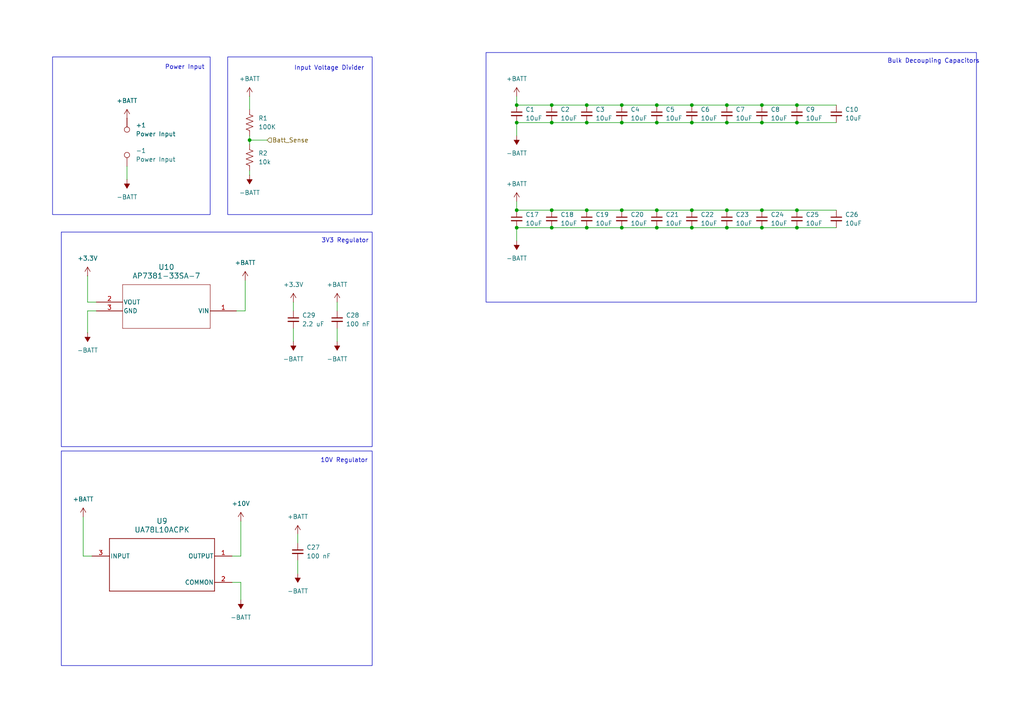
<source format=kicad_sch>
(kicad_sch (version 20231120) (generator "eeschema") (generator_version "8.0")
  (paper "A4")
  (lib_symbols
    (symbol "+BATT_1" (power) (pin_numbers hide) (pin_names (offset 0) hide)
      (property "Value" "+BATT" (at 0 5.08 0))
      (symbol "+BATT_1_0_1"
        (polyline (pts (xy -0.762 1.27) (xy 0 2.54)))
        (polyline (pts (xy 0 0) (xy 0 2.54)))
        (polyline (pts (xy 0 2.54) (xy 0.762 1.27)))
      )
      (symbol "+BATT_1_1_1"
        (pin power_out line (at 0 0 90) (length 0) (name "~") (number "1"))
      )
    )
    (symbol "+BATT_2" (power) (pin_numbers hide) (pin_names (offset 0) hide)
      (property "Value" "+BATT" (at 0 5.08 0))
      (symbol "+BATT_2_0_1"
        (polyline (pts (xy -0.762 1.27) (xy 0 2.54)))
        (polyline (pts (xy 0 0) (xy 0 2.54)))
        (polyline (pts (xy 0 2.54) (xy 0.762 1.27)))
      )
      (symbol "+BATT_2_1_1"
        (pin power_in line (at 0 0 90) (length 0) (name "~") (number "1"))
      )
    )
    (symbol "+BATT_3" (power) (pin_numbers hide) (pin_names (offset 0) hide)
      (property "Value" "+BATT" (at 0 3.556 0))
      (symbol "+BATT_3_0_1"
        (polyline (pts (xy -0.762 1.27) (xy 0 2.54)))
        (polyline (pts (xy 0 0) (xy 0 2.54)))
        (polyline (pts (xy 0 2.54) (xy 0.762 1.27)))
      )
      (symbol "+BATT_3_1_1"
        (pin power_in line (at 0 0 90) (length 0) (name "~") (number "1"))
      )
    )
    (symbol "+BATT_4" (power) (pin_numbers hide) (pin_names (offset 0) hide)
      (property "Value" "+BATT" (at 0 3.556 0))
      (symbol "+BATT_4_0_1"
        (polyline (pts (xy -0.762 1.27) (xy 0 2.54)))
        (polyline (pts (xy 0 0) (xy 0 2.54)))
        (polyline (pts (xy 0 2.54) (xy 0.762 1.27)))
      )
      (symbol "+BATT_4_1_1"
        (pin power_in line (at 0 0 90) (length 0) (name "~") (number "1"))
      )
    )
    (symbol "-BATT_1" (power) (pin_numbers hide) (pin_names (offset 0) hide)
      (property "Value" "-BATT" (at 0 5.08 0))
      (symbol "-BATT_1_0_1"
        (polyline (pts (xy 0 0) (xy 0 2.54)))
        (polyline (pts (xy 0.762 1.27) (xy -0.762 1.27) (xy 0 2.54) (xy 0.762 1.27)) (fill (type outline)))
      )
      (symbol "-BATT_1_1_1"
        (pin power_out line (at 0 0 90) (length 0) (name "~") (number "1"))
      )
    )
    (symbol "-BATT_2" (power) (pin_numbers hide) (pin_names (offset 0) hide)
      (property "Value" "-BATT" (at 0 3.556 0))
      (symbol "-BATT_2_0_1"
        (polyline (pts (xy 0 0) (xy 0 2.54)))
        (polyline (pts (xy 0.762 1.27) (xy -0.762 1.27) (xy 0 2.54) (xy 0.762 1.27)) (fill (type outline)))
      )
      (symbol "-BATT_2_1_1"
        (pin power_in line (at 0 0 90) (length 0) (name "~") (number "1"))
      )
    )
    (symbol "-BATT_3" (power) (pin_numbers hide) (pin_names (offset 0) hide)
      (property "Value" "-BATT" (at 0 3.556 0))
      (symbol "-BATT_3_0_1"
        (polyline (pts (xy 0 0) (xy 0 2.54)))
        (polyline (pts (xy 0.762 1.27) (xy -0.762 1.27) (xy 0 2.54) (xy 0.762 1.27)) (fill (type outline)))
      )
      (symbol "-BATT_3_1_1"
        (pin power_in line (at 0 0 90) (length 0) (name "~") (number "1"))
      )
    )
    (symbol "-BATT_4" (power) (pin_numbers hide) (pin_names (offset 0) hide)
      (property "Value" "-BATT" (at 0 3.556 0))
      (symbol "-BATT_4_0_1"
        (polyline (pts (xy 0 0) (xy 0 2.54)))
        (polyline (pts (xy 0.762 1.27) (xy -0.762 1.27) (xy 0 2.54) (xy 0.762 1.27)) (fill (type outline)))
      )
      (symbol "-BATT_4_1_1"
        (pin power_in line (at 0 0 90) (length 0) (name "~") (number "1"))
      )
    )
    (symbol "Connector:TestPoint" (pin_numbers hide) (pin_names (offset 0.762) hide)
      (property "Reference" "TP6" (at -2.54 2.0319 0))
      (property "Value" "TestPoint" (at -2.54 4.5719 0))
      (symbol "TestPoint_0_1"
        (circle (center 0 3.302) (radius 0.762))
      )
      (symbol "TestPoint_1_1"
        (pin power_out line (at 0 0 90) (length 2.54) (name "1") (number "1"))
      )
    )
    (symbol "Device:C_Small" (pin_numbers hide) (pin_names (offset 0.254) hide)
      (property "Reference" "C" (at 0.254 1.778 0))
      (property "Value" "C_Small" (at 0.254 -2.032 0))
      (symbol "C_Small_0_1"
        (polyline (pts (xy -1.524 -0.508) (xy 1.524 -0.508)) (stroke (width 0.3302)))
        (polyline (pts (xy -1.524 0.508) (xy 1.524 0.508)) (stroke (width 0.3048)))
      )
      (symbol "C_Small_1_1"
        (pin passive line (at 0 2.54 270) (length 2.032) (name "~") (number "1"))
        (pin passive line (at 0 -2.54 90) (length 2.032) (name "~") (number "2"))
      )
    )
    (symbol "Device:R_US" (pin_numbers hide) (pin_names (offset 0))
      (property "Reference" "R" (at 2.54 0 90))
      (property "Value" "R_US" (at -2.54 0 90))
      (symbol "R_US_0_1"
        (polyline (pts (xy 0 -2.286) (xy 0 -2.54)))
        (polyline (pts (xy 0 2.286) (xy 0 2.54)))
        (polyline (pts (xy 0 -0.762) (xy 1.016 -1.143) (xy 0 -1.524) (xy -1.016 -1.905) (xy 0 -2.286)))
        (polyline (pts (xy 0 0.762) (xy 1.016 0.381) (xy 0 0) (xy -1.016 -0.381) (xy 0 -0.762)))
        (polyline (pts (xy 0 2.286) (xy 1.016 1.905) (xy 0 1.524) (xy -1.016 1.143) (xy 0 0.762)))
      )
      (symbol "R_US_1_1"
        (pin passive line (at 0 3.81 270) (length 1.27) (name "~") (number "1"))
        (pin passive line (at 0 -3.81 90) (length 1.27) (name "~") (number "2"))
      )
    )
    (symbol "Diodes Inc 3.3V Regulator:AP7381-33SA-7" (pin_names (offset 0.254))
      (property "Reference" "U10" (at 20.32 -12.7 0))
      (property "Value" "AP7381-33SA-7" (at 20.32 -10.16 0))
      (symbol "AP7381-33SA-7_0_1"
        (polyline (pts (xy 7.62 -7.62) (xy 33.02 -7.62)) (stroke (width 0.127)))
        (polyline (pts (xy 7.62 5.08) (xy 7.62 -7.62)) (stroke (width 0.127)))
        (polyline (pts (xy 33.02 -7.62) (xy 33.02 5.08)) (stroke (width 0.127)))
        (polyline (pts (xy 33.02 5.08) (xy 7.62 5.08)) (stroke (width 0.127)))
        (pin input line (at 0 0 0) (length 7.62) (name "VIN") (number "1"))
        (pin power_out line (at 40.64 0 180) (length 7.62) (name "GND") (number "3"))
      )
      (symbol "AP7381-33SA-7_1_1"
        (pin power_out line (at 40.64 -2.54 180) (length 7.62) (name "VOUT") (number "2"))
      )
    )
    (symbol "TI 3.3 Regulator:UA78L10ACPK" (pin_names (offset 0.254))
      (property "Reference" "U9" (at 0 12.7 0))
      (property "Value" "UA78L10ACPK" (at 0 10.16 0))
      (symbol "UA78L10ACPK_0_1"
        (polyline (pts (xy -15.24 -7.62) (xy 15.24 -7.62)) (stroke (width 0.2032)))
        (polyline (pts (xy -15.24 7.62) (xy -15.24 -7.62)) (stroke (width 0.2032)))
        (polyline (pts (xy 15.24 -7.62) (xy 15.24 7.62)) (stroke (width 0.2032)))
        (polyline (pts (xy 15.24 7.62) (xy -15.24 7.62)) (stroke (width 0.2032)))
        (pin power_in line (at 20.32 -5.08 180) (length 5.08) (name "COMMON") (number "2"))
        (pin power_in line (at -20.32 2.54 0) (length 5.08) (name "INPUT") (number "3"))
      )
      (symbol "UA78L10ACPK_1_1"
        (pin power_out line (at 20.32 2.54 180) (length 5.08) (name "OUTPUT") (number "1"))
      )
    )
    (symbol "TestPoint_1" (pin_numbers hide) (pin_names (offset 0.762) hide)
      (property "Reference" "TP" (at 0 6.858 0))
      (property "Value" "TestPoint" (at 0 5.08 0))
      (symbol "TestPoint_1_0_1"
        (circle (center 0 3.302) (radius 0.762))
      )
      (symbol "TestPoint_1_1_1"
        (pin passive line (at 0 0 90) (length 2.54) (name "1") (number "1"))
      )
    )
    (symbol "power:+10V" (power) (pin_numbers hide) (pin_names (offset 0) hide)
      (property "Value" "+10V" (at 0 3.556 0))
      (symbol "+10V_0_1"
        (polyline (pts (xy -0.762 1.27) (xy 0 2.54)))
        (polyline (pts (xy 0 0) (xy 0 2.54)))
        (polyline (pts (xy 0 2.54) (xy 0.762 1.27)))
      )
      (symbol "+10V_1_1"
        (pin power_in line (at 0 0 90) (length 0) (name "~") (number "1"))
      )
    )
    (symbol "power:+3.3V" (power) (pin_numbers hide) (pin_names (offset 0) hide)
      (property "Value" "+3.3V" (at 0 3.556 0))
      (symbol "+3.3V_0_1"
        (polyline (pts (xy -0.762 1.27) (xy 0 2.54)))
        (polyline (pts (xy 0 0) (xy 0 2.54)))
        (polyline (pts (xy 0 2.54) (xy 0.762 1.27)))
      )
      (symbol "+3.3V_1_1"
        (pin power_in line (at 0 0 90) (length 0) (name "~") (number "1"))
      )
    )
    (symbol "power:+BATT" (power) (pin_numbers hide) (pin_names (offset 0) hide)
      (property "Value" "+BATT" (at 0 3.556 0))
      (symbol "+BATT_0_1"
        (polyline (pts (xy -0.762 1.27) (xy 0 2.54)))
        (polyline (pts (xy 0 0) (xy 0 2.54)))
        (polyline (pts (xy 0 2.54) (xy 0.762 1.27)))
      )
      (symbol "+BATT_1_1"
        (pin power_in line (at 0 0 90) (length 0) (name "~") (number "1"))
      )
    )
    (symbol "power:-BATT" (power) (pin_numbers hide) (pin_names (offset 0) hide)
      (property "Value" "-BATT" (at 0 3.556 0))
      (symbol "-BATT_0_1"
        (polyline (pts (xy 0 0) (xy 0 2.54)))
        (polyline (pts (xy 0.762 1.27) (xy -0.762 1.27) (xy 0 2.54) (xy 0.762 1.27)) (fill (type outline)))
      )
      (symbol "-BATT_1_1"
        (pin power_in line (at 0 0 90) (length 0) (name "~") (number "1"))
      )
    )
  )
  (junction (at 149.86 60.96))
  (junction (at 200.66 35.56))
  (junction (at 160.02 35.56))
  (junction (at 190.5 60.96))
  (junction (at 210.82 66.04))
  (junction (at 200.66 60.96))
  (junction (at 180.34 60.96))
  (junction (at 231.14 35.56))
  (junction (at 210.82 35.56))
  (junction (at 200.66 30.48))
  (junction (at 149.86 30.48))
  (junction (at 160.02 30.48))
  (junction (at 231.14 30.48))
  (junction (at 170.18 30.48))
  (junction (at 190.5 66.04))
  (junction (at 149.86 35.56))
  (junction (at 231.14 60.96))
  (junction (at 220.98 30.48))
  (junction (at 160.02 60.96))
  (junction (at 220.98 60.96))
  (junction (at 170.18 60.96))
  (junction (at 190.5 35.56))
  (junction (at 200.66 66.04))
  (junction (at 180.34 30.48))
  (junction (at 220.98 66.04))
  (junction (at 149.86 66.04))
  (junction (at 231.14 66.04))
  (junction (at 220.98 35.56))
  (junction (at 170.18 66.04))
  (junction (at 210.82 60.96))
  (junction (at 72.39 40.64))
  (junction (at 190.5 30.48))
  (junction (at 170.18 35.56))
  (junction (at 160.02 66.04))
  (junction (at 210.82 30.48))
  (junction (at 180.34 35.56))
  (junction (at 180.34 66.04))
  (wire (pts (xy 220.98 30.48) (xy 231.14 30.48)))
  (wire (pts (xy 72.39 40.64) (xy 77.47 40.64)))
  (wire (pts (xy 190.5 60.96) (xy 200.66 60.96)))
  (wire (pts (xy 210.82 66.04) (xy 220.98 66.04)))
  (wire (pts (xy 200.66 60.96) (xy 210.82 60.96)))
  (wire (pts (xy 231.14 60.96) (xy 242.57 60.96)))
  (wire (pts (xy 25.4 90.17) (xy 27.94 90.17)))
  (wire (pts (xy 72.39 39.37) (xy 72.39 40.64)))
  (wire (pts (xy 69.85 161.29) (xy 69.85 151.13)))
  (wire (pts (xy 180.34 35.56) (xy 190.5 35.56)))
  (wire (pts (xy 72.39 40.64) (xy 72.39 41.91)))
  (wire (pts (xy 160.02 60.96) (xy 170.18 60.96)))
  (wire (pts (xy 180.34 30.48) (xy 190.5 30.48)))
  (wire (pts (xy 149.86 60.96) (xy 160.02 60.96)))
  (wire (pts (xy 190.5 35.56) (xy 200.66 35.56)))
  (wire (pts (xy 231.14 35.56) (xy 242.57 35.56)))
  (wire (pts (xy 24.13 149.86) (xy 24.13 161.29)))
  (wire (pts (xy 86.36 154.94) (xy 86.36 157.48)))
  (wire (pts (xy 231.14 66.04) (xy 242.57 66.04)))
  (wire (pts (xy 210.82 35.56) (xy 220.98 35.56)))
  (wire (pts (xy 220.98 66.04) (xy 231.14 66.04)))
  (wire (pts (xy 67.31 168.91) (xy 69.85 168.91)))
  (wire (pts (xy 149.86 66.04) (xy 149.86 69.85)))
  (wire (pts (xy 24.13 161.29) (xy 26.67 161.29)))
  (wire (pts (xy 149.86 66.04) (xy 160.02 66.04)))
  (wire (pts (xy 170.18 35.56) (xy 180.34 35.56)))
  (wire (pts (xy 210.82 30.48) (xy 220.98 30.48)))
  (wire (pts (xy 72.39 27.94) (xy 72.39 31.75)))
  (wire (pts (xy 149.86 27.94) (xy 149.86 30.48)))
  (wire (pts (xy 170.18 66.04) (xy 180.34 66.04)))
  (wire (pts (xy 170.18 60.96) (xy 180.34 60.96)))
  (wire (pts (xy 97.79 95.25) (xy 97.79 99.06)))
  (wire (pts (xy 180.34 60.96) (xy 190.5 60.96)))
  (wire (pts (xy 85.09 95.25) (xy 85.09 99.06)))
  (wire (pts (xy 160.02 66.04) (xy 170.18 66.04)))
  (wire (pts (xy 97.79 87.63) (xy 97.79 90.17)))
  (wire (pts (xy 67.31 161.29) (xy 69.85 161.29)))
  (wire (pts (xy 149.86 35.56) (xy 160.02 35.56)))
  (wire (pts (xy 25.4 96.52) (xy 25.4 90.17)))
  (wire (pts (xy 71.12 81.28) (xy 71.12 90.17)))
  (wire (pts (xy 160.02 30.48) (xy 170.18 30.48)))
  (wire (pts (xy 149.86 58.42) (xy 149.86 60.96)))
  (wire (pts (xy 220.98 60.96) (xy 231.14 60.96)))
  (wire (pts (xy 160.02 35.56) (xy 170.18 35.56)))
  (wire (pts (xy 220.98 35.56) (xy 231.14 35.56)))
  (wire (pts (xy 190.5 66.04) (xy 200.66 66.04)))
  (wire (pts (xy 200.66 35.56) (xy 210.82 35.56)))
  (wire (pts (xy 85.09 87.63) (xy 85.09 90.17)))
  (wire (pts (xy 25.4 87.63) (xy 25.4 80.01)))
  (wire (pts (xy 71.12 90.17) (xy 68.58 90.17)))
  (wire (pts (xy 170.18 30.48) (xy 180.34 30.48)))
  (wire (pts (xy 25.4 87.63) (xy 27.94 87.63)))
  (wire (pts (xy 210.82 60.96) (xy 220.98 60.96)))
  (wire (pts (xy 36.83 48.26) (xy 36.83 52.07)))
  (wire (pts (xy 149.86 35.56) (xy 149.86 39.37)))
  (wire (pts (xy 200.66 30.48) (xy 210.82 30.48)))
  (wire (pts (xy 86.36 162.56) (xy 86.36 166.37)))
  (wire (pts (xy 190.5 30.48) (xy 200.66 30.48)))
  (wire (pts (xy 149.86 30.48) (xy 160.02 30.48)))
  (wire (pts (xy 200.66 66.04) (xy 210.82 66.04)))
  (wire (pts (xy 72.39 50.8) (xy 72.39 49.53)))
  (wire (pts (xy 180.34 66.04) (xy 190.5 66.04)))
  (wire (pts (xy 69.85 168.91) (xy 69.85 173.99)))
  (wire (pts (xy 231.14 30.48) (xy 242.57 30.48)))
  (rectangle (start 17.78 130.81) (end 107.95 193.04))
  (rectangle (start 66.04 16.51) (end 107.95 62.23))
  (rectangle (start 140.97 15.24) (end 283.21 87.63))
  (rectangle (start 15.24 16.51) (end 60.96 62.23))
  (rectangle (start 17.78 67.31) (end 107.95 129.54))
  (text "Bulk Decoupling Capacitors\n" (at 270.764 17.78 0) (effects (font (size 1.27 1.27))))
  (text "Input Voltage Divider\n" (at 95.504 19.812 0) (effects (font (size 1.27 1.27))))
  (text "10V Regulator" (at 99.822 133.604 0) (effects (font (size 1.27 1.27))))
  (text "Power Input\n" (at 53.594 19.558 0) (effects (font (size 1.27 1.27))))
  (text "3V3 Regulator" (at 100.076 69.85 0) (effects (font (size 1.27 1.27))))
  (hierarchical_label "Batt_Sense " (shape input) (at 77.47 40.64 0))
  (symbol (lib_id "Device:C_Small") (at 190.5 63.5 0) (unit 1)
    (property "Reference" "C21" (at 193.04 62.2362 0) (effects (justify left)))
    (property "Value" "10uF" (at 193.04 64.7762 0) (effects (justify left)))
    (property "Footprint" "Capacitor_SMD:C_0805_2012Metric" (effects (hide yes)))
    (property "Description" "Unpolarized capacitor, small symbol" (effects (hide yes)))
  )
  (symbol (lib_id "power:-BATT") (at 72.39 50.8 180) (unit 1)
    (property "Reference" "#PWR037" (effects (hide yes)))
    (property "Value" "-BATT" (at 72.39 55.88 0))
    (property "Description" "Power symbol creates a global label with name \"-BATT\"" (effects (hide yes)))
  )
  (symbol (lib_name "-BATT_2") (lib_id "power:-BATT") (at 36.83 52.07 180) (unit 1)
    (property "Reference" "#PWR022" (effects (hide yes)))
    (property "Value" "-BATT" (at 36.83 57.15 0))
    (property "Description" "Power symbol creates a global label with name \"-BATT\"" (effects (hide yes)))
  )
  (symbol (lib_id "power:-BATT") (at 97.79 99.06 180) (unit 1)
    (property "Reference" "#PWR033" (effects (hide yes)))
    (property "Value" "-BATT" (at 97.79 104.14 0))
    (property "Description" "Power symbol creates a global label with name \"-BATT\"" (effects (hide yes)))
  )
  (symbol (lib_name "+BATT_1") (lib_id "power:+BATT") (at 149.86 27.94 0) (unit 1)
    (property "Reference" "#PWR01" (effects (hide yes)))
    (property "Value" "+BATT" (at 149.86 22.86 0))
    (property "Description" "Power symbol creates a global label with name \"+BATT\"" (effects (hide yes)))
  )
  (symbol (lib_id "Device:C_Small") (at 170.18 63.5 0) (unit 1)
    (property "Reference" "C19" (at 172.72 62.2362 0) (effects (justify left)))
    (property "Value" "10uF" (at 172.72 64.7762 0) (effects (justify left)))
    (property "Footprint" "Capacitor_SMD:C_0805_2012Metric" (effects (hide yes)))
    (property "Description" "Unpolarized capacitor, small symbol" (effects (hide yes)))
  )
  (symbol (lib_id "Device:C_Small") (at 149.86 63.5 0) (unit 1)
    (property "Reference" "C17" (at 152.4 62.2362 0) (effects (justify left)))
    (property "Value" "10uF" (at 152.4 64.7762 0) (effects (justify left)))
    (property "Footprint" "Capacitor_SMD:C_0805_2012Metric" (effects (hide yes)))
    (property "Description" "Unpolarized capacitor, small symbol" (effects (hide yes)))
  )
  (symbol (lib_id "Diodes Inc 3.3V Regulator:AP7381-33SA-7") (at 68.58 90.17 180) (unit 1)
    (property "Reference" "U10" (at 48.26 77.47 0) (effects (font (size 1.524 1.524))))
    (property "Value" "AP7381-33SA-7" (at 48.26 80.01 0) (effects (font (size 1.524 1.524))))
    (property "Footprint" "Diodes Inc 3.3V Regulator:SOT23_NONCALC_DIO" (effects (hide yes)))
    (property "Datasheet" "AP7381-33SA-7" (effects (hide yes)))
  )
  (symbol (lib_name "-BATT_3") (lib_id "power:-BATT") (at 25.4 96.52 180) (unit 1)
    (property "Reference" "#PWR030" (effects (hide yes)))
    (property "Value" "-BATT" (at 25.4 101.6 0))
    (property "Description" "Power symbol creates a global label with name \"-BATT\"" (effects (hide yes)))
  )
  (symbol (lib_id "Device:C_Small") (at 242.57 63.5 0) (unit 1)
    (property "Reference" "C26" (at 245.11 62.2362 0) (effects (justify left)))
    (property "Value" "10uF" (at 245.11 64.7762 0) (effects (justify left)))
    (property "Footprint" "Capacitor_SMD:C_0805_2012Metric" (effects (hide yes)))
    (property "Description" "Unpolarized capacitor, small symbol" (effects (hide yes)))
  )
  (symbol (lib_id "Device:C_Small") (at 220.98 63.5 0) (unit 1)
    (property "Reference" "C24" (at 223.52 62.2362 0) (effects (justify left)))
    (property "Value" "10uF" (at 223.52 64.7762 0) (effects (justify left)))
    (property "Footprint" "Capacitor_SMD:C_0805_2012Metric" (effects (hide yes)))
    (property "Description" "Unpolarized capacitor, small symbol" (effects (hide yes)))
  )
  (symbol (lib_id "Device:C_Small") (at 231.14 33.02 0) (unit 1)
    (property "Reference" "C9" (at 233.68 31.7562 0) (effects (justify left)))
    (property "Value" "10uF" (at 233.68 34.2962 0) (effects (justify left)))
    (property "Footprint" "Capacitor_SMD:C_0805_2012Metric" (effects (hide yes)))
    (property "Description" "Unpolarized capacitor, small symbol" (effects (hide yes)))
  )
  (symbol (lib_id "power:+3.3V") (at 85.09 87.63 0) (unit 1)
    (property "Reference" "#PWR034" (effects (hide yes)))
    (property "Value" "+3.3V" (at 85.09 82.55 0))
    (property "Description" "Power symbol creates a global label with name \"+3.3V\"" (effects (hide yes)))
  )
  (symbol (lib_name "+BATT_1") (lib_id "power:+BATT") (at 86.36 154.94 0) (unit 1)
    (property "Reference" "#PWR028" (effects (hide yes)))
    (property "Value" "+BATT" (at 86.36 149.86 0))
    (property "Description" "Power symbol creates a global label with name \"+BATT\"" (effects (hide yes)))
  )
  (symbol (lib_id "power:+BATT") (at 97.79 87.63 0) (unit 1)
    (property "Reference" "#PWR032" (effects (hide yes)))
    (property "Value" "+BATT" (at 97.79 82.55 0))
    (property "Description" "Power symbol creates a global label with name \"+BATT\"" (effects (hide yes)))
  )
  (symbol (lib_id "power:+10V") (at 69.85 151.13 0) (unit 1)
    (property "Reference" "#PWR036" (effects (hide yes)))
    (property "Value" "+10V" (at 69.85 146.05 0))
    (property "Description" "Power symbol creates a global label with name \"+10V\"" (effects (hide yes)))
  )
  (symbol (lib_id "Device:R_US") (at 72.39 45.72 0) (unit 1)
    (property "Reference" "R2" (at 74.93 44.4499 0) (effects (justify left)))
    (property "Value" "10k" (at 74.93 46.9899 0) (effects (justify left)))
    (property "Footprint" "Resistor_SMD:R_0402_1005Metric" (effects (hide yes)))
    (property "Description" "Resistor, US symbol" (effects (hide yes)))
  )
  (symbol (lib_name "-BATT_1") (lib_id "power:-BATT") (at 149.86 69.85 180) (unit 1)
    (property "Reference" "#PWR024" (effects (hide yes)))
    (property "Value" "-BATT" (at 149.86 74.93 0))
    (property "Description" "Power symbol creates a global label with name \"-BATT\"" (effects (hide yes)))
  )
  (symbol (lib_id "Device:C_Small") (at 231.14 63.5 0) (unit 1)
    (property "Reference" "C25" (at 233.68 62.2362 0) (effects (justify left)))
    (property "Value" "10uF" (at 233.68 64.7762 0) (effects (justify left)))
    (property "Footprint" "Capacitor_SMD:C_0805_2012Metric" (effects (hide yes)))
    (property "Description" "Unpolarized capacitor, small symbol" (effects (hide yes)))
  )
  (symbol (lib_id "Device:C_Small") (at 180.34 63.5 0) (unit 1)
    (property "Reference" "C20" (at 182.88 62.2362 0) (effects (justify left)))
    (property "Value" "10uF" (at 182.88 64.7762 0) (effects (justify left)))
    (property "Footprint" "Capacitor_SMD:C_0805_2012Metric" (effects (hide yes)))
    (property "Description" "Unpolarized capacitor, small symbol" (effects (hide yes)))
  )
  (symbol (lib_name "-BATT_4") (lib_id "power:-BATT") (at 69.85 173.99 180) (unit 1)
    (property "Reference" "#PWR027" (effects (hide yes)))
    (property "Value" "-BATT" (at 69.85 179.07 0))
    (property "Description" "Power symbol creates a global label with name \"-BATT\"" (effects (hide yes)))
  )
  (symbol (lib_id "Device:C_Small") (at 200.66 33.02 0) (unit 1)
    (property "Reference" "C6" (at 203.2 31.7562 0) (effects (justify left)))
    (property "Value" "10uF" (at 203.2 34.2962 0) (effects (justify left)))
    (property "Footprint" "Capacitor_SMD:C_0805_2012Metric" (effects (hide yes)))
    (property "Description" "Unpolarized capacitor, small symbol" (effects (hide yes)))
  )
  (symbol (lib_id "power:+3.3V") (at 25.4 80.01 0) (unit 1)
    (property "Reference" "#PWR026" (effects (hide yes)))
    (property "Value" "+3.3V" (at 25.4 74.93 0))
    (property "Description" "Power symbol creates a global label with name \"+3.3V\"" (effects (hide yes)))
  )
  (symbol (lib_id "Device:R_US") (at 72.39 35.56 0) (unit 1)
    (property "Reference" "R1" (at 74.93 34.2899 0) (effects (justify left)))
    (property "Value" "100K" (at 74.93 36.8299 0) (effects (justify left)))
    (property "Footprint" "Resistor_SMD:R_0402_1005Metric" (effects (hide yes)))
    (property "Description" "Resistor, US symbol" (effects (hide yes)))
  )
  (symbol (lib_id "TI 3.3 Regulator:UA78L10ACPK") (at 46.99 163.83 0) (unit 1)
    (property "Reference" "U9" (at 46.99 151.13 0) (effects (font (size 1.524 1.524))))
    (property "Value" "UA78L10ACPK" (at 46.99 153.67 0) (effects (font (size 1.524 1.524))))
    (property "Footprint" "TI 10V Regulator:PK0003A_L" (effects (hide yes)))
    (property "Datasheet" "UA78L10ACPK" (effects (hide yes)))
  )
  (symbol (lib_id "power:-BATT") (at 86.36 166.37 180) (unit 1)
    (property "Reference" "#PWR029" (effects (hide yes)))
    (property "Value" "-BATT" (at 86.36 171.45 0))
    (property "Description" "Power symbol creates a global label with name \"-BATT\"" (effects (hide yes)))
  )
  (symbol (lib_name "+BATT_4") (lib_id "power:+BATT") (at 24.13 149.86 0) (unit 1)
    (property "Reference" "#PWR025" (effects (hide yes)))
    (property "Value" "+BATT" (at 24.13 144.78 0))
    (property "Description" "Power symbol creates a global label with name \"+BATT\"" (effects (hide yes)))
  )
  (symbol (lib_id "Device:C_Small") (at 85.09 92.71 0) (unit 1)
    (property "Reference" "C29" (at 87.63 91.4462 0) (effects (justify left)))
    (property "Value" "2.2 uF" (at 87.63 93.9862 0) (effects (justify left)))
    (property "Footprint" "Capacitor_SMD:C_0402_1005Metric" (effects (hide yes)))
    (property "Description" "Unpolarized capacitor, small symbol" (effects (hide yes)))
  )
  (symbol (lib_id "Device:C_Small") (at 97.79 92.71 0) (unit 1)
    (property "Reference" "C28" (at 100.33 91.4462 0) (effects (justify left)))
    (property "Value" "100 nF" (at 100.33 93.9862 0) (effects (justify left)))
    (property "Footprint" "Capacitor_SMD:C_0402_1005Metric" (effects (hide yes)))
    (property "Description" "Unpolarized capacitor, small symbol" (effects (hide yes)))
  )
  (symbol (lib_id "Device:C_Small") (at 210.82 33.02 0) (unit 1)
    (property "Reference" "C7" (at 213.36 31.7562 0) (effects (justify left)))
    (property "Value" "10uF" (at 213.36 34.2962 0) (effects (justify left)))
    (property "Footprint" "Capacitor_SMD:C_0805_2012Metric" (effects (hide yes)))
    (property "Description" "Unpolarized capacitor, small symbol" (effects (hide yes)))
  )
  (symbol (lib_name "+BATT_3") (lib_id "power:+BATT") (at 71.12 81.28 0) (unit 1)
    (property "Reference" "#PWR031" (effects (hide yes)))
    (property "Value" "+BATT" (at 71.12 76.2 0))
    (property "Description" "Power symbol creates a global label with name \"+BATT\"" (effects (hide yes)))
  )
  (symbol (lib_id "Connector:TestPoint") (at 36.83 34.29 180) (unit 1)
    (property "Reference" "+1" (at 39.37 36.3219 0) (effects (justify right)))
    (property "Value" "Power Input" (at 39.37 38.8619 0) (effects (justify right)))
    (property "Footprint" "TestPoint:TestPoint_Pad_4.0x4.0mm" (effects (hide yes)))
    (property "Description" "test point" (effects (hide yes)))
  )
  (symbol (lib_name "TestPoint_1") (lib_id "Connector:TestPoint") (at 36.83 48.26 0) (unit 1)
    (property "Reference" "-1" (at 39.37 43.6879 0) (effects (justify left)))
    (property "Value" "Power Input" (at 39.37 46.2279 0) (effects (justify left)))
    (property "Footprint" "TestPoint:TestPoint_Pad_4.0x4.0mm" (effects (hide yes)))
    (property "Description" "test point" (effects (hide yes)))
  )
  (symbol (lib_id "Device:C_Small") (at 160.02 63.5 0) (unit 1)
    (property "Reference" "C18" (at 162.56 62.2362 0) (effects (justify left)))
    (property "Value" "10uF" (at 162.56 64.7762 0) (effects (justify left)))
    (property "Footprint" "Capacitor_SMD:C_0805_2012Metric" (effects (hide yes)))
    (property "Description" "Unpolarized capacitor, small symbol" (effects (hide yes)))
  )
  (symbol (lib_id "Device:C_Small") (at 190.5 33.02 0) (unit 1)
    (property "Reference" "C5" (at 193.04 31.7562 0) (effects (justify left)))
    (property "Value" "10uF" (at 193.04 34.2962 0) (effects (justify left)))
    (property "Footprint" "Capacitor_SMD:C_0805_2012Metric" (effects (hide yes)))
    (property "Description" "Unpolarized capacitor, small symbol" (effects (hide yes)))
  )
  (symbol (lib_id "power:+BATT") (at 72.39 27.94 0) (unit 1)
    (property "Reference" "#PWR03" (effects (hide yes)))
    (property "Value" "+BATT" (at 72.39 22.86 0))
    (property "Description" "Power symbol creates a global label with name \"+BATT\"" (effects (hide yes)))
  )
  (symbol (lib_id "Device:C_Small") (at 200.66 63.5 0) (unit 1)
    (property "Reference" "C22" (at 203.2 62.2362 0) (effects (justify left)))
    (property "Value" "10uF" (at 203.2 64.7762 0) (effects (justify left)))
    (property "Footprint" "Capacitor_SMD:C_0805_2012Metric" (effects (hide yes)))
    (property "Description" "Unpolarized capacitor, small symbol" (effects (hide yes)))
  )
  (symbol (lib_name "+BATT_2") (lib_id "power:+BATT") (at 36.83 34.29 0) (unit 1)
    (property "Reference" "#PWR02" (effects (hide yes)))
    (property "Value" "+BATT" (at 36.83 29.21 0))
    (property "Description" "Power symbol creates a global label with name \"+BATT\"" (effects (hide yes)))
  )
  (symbol (lib_id "Device:C_Small") (at 180.34 33.02 0) (unit 1)
    (property "Reference" "C4" (at 182.88 31.7562 0) (effects (justify left)))
    (property "Value" "10uF" (at 182.88 34.2962 0) (effects (justify left)))
    (property "Footprint" "Capacitor_SMD:C_0805_2012Metric" (effects (hide yes)))
    (property "Description" "Unpolarized capacitor, small symbol" (effects (hide yes)))
  )
  (symbol (lib_id "Device:C_Small") (at 86.36 160.02 0) (unit 1)
    (property "Reference" "C27" (at 88.9 158.7562 0) (effects (justify left)))
    (property "Value" "100 nF" (at 88.9 161.2962 0) (effects (justify left)))
    (property "Footprint" "Capacitor_SMD:C_0402_1005Metric" (effects (hide yes)))
    (property "Description" "Unpolarized capacitor, small symbol" (effects (hide yes)))
  )
  (symbol (lib_id "Device:C_Small") (at 220.98 33.02 0) (unit 1)
    (property "Reference" "C8" (at 223.52 31.7562 0) (effects (justify left)))
    (property "Value" "10uF" (at 223.52 34.2962 0) (effects (justify left)))
    (property "Footprint" "Capacitor_SMD:C_0805_2012Metric" (effects (hide yes)))
    (property "Description" "Unpolarized capacitor, small symbol" (effects (hide yes)))
  )
  (symbol (lib_id "power:-BATT") (at 85.09 99.06 180) (unit 1)
    (property "Reference" "#PWR035" (effects (hide yes)))
    (property "Value" "-BATT" (at 85.09 104.14 0))
    (property "Description" "Power symbol creates a global label with name \"-BATT\"" (effects (hide yes)))
  )
  (symbol (lib_name "-BATT_1") (lib_id "power:-BATT") (at 149.86 39.37 180) (unit 1)
    (property "Reference" "#PWR04" (effects (hide yes)))
    (property "Value" "-BATT" (at 149.86 44.45 0))
    (property "Description" "Power symbol creates a global label with name \"-BATT\"" (effects (hide yes)))
  )
  (symbol (lib_id "Device:C_Small") (at 170.18 33.02 0) (unit 1)
    (property "Reference" "C3" (at 172.72 31.7562 0) (effects (justify left)))
    (property "Value" "10uF" (at 172.72 34.2962 0) (effects (justify left)))
    (property "Footprint" "Capacitor_SMD:C_0805_2012Metric" (effects (hide yes)))
    (property "Description" "Unpolarized capacitor, small symbol" (effects (hide yes)))
  )
  (symbol (lib_id "Device:C_Small") (at 149.86 33.02 0) (unit 1)
    (property "Reference" "C1" (at 152.4 31.7562 0) (effects (justify left)))
    (property "Value" "10uF" (at 152.4 34.2962 0) (effects (justify left)))
    (property "Footprint" "Capacitor_SMD:C_0805_2012Metric" (effects (hide yes)))
    (property "Description" "Unpolarized capacitor, small symbol" (effects (hide yes)))
  )
  (symbol (lib_id "Device:C_Small") (at 242.57 33.02 0) (unit 1)
    (property "Reference" "C10" (at 245.11 31.7562 0) (effects (justify left)))
    (property "Value" "10uF" (at 245.11 34.2962 0) (effects (justify left)))
    (property "Footprint" "Capacitor_SMD:C_0805_2012Metric" (effects (hide yes)))
    (property "Description" "Unpolarized capacitor, small symbol" (effects (hide yes)))
  )
  (symbol (lib_name "+BATT_1") (lib_id "power:+BATT") (at 149.86 58.42 0) (unit 1)
    (property "Reference" "#PWR023" (effects (hide yes)))
    (property "Value" "+BATT" (at 149.86 53.34 0))
    (property "Description" "Power symbol creates a global label with name \"+BATT\"" (effects (hide yes)))
  )
  (symbol (lib_id "Device:C_Small") (at 210.82 63.5 0) (unit 1)
    (property "Reference" "C23" (at 213.36 62.2362 0) (effects (justify left)))
    (property "Value" "10uF" (at 213.36 64.7762 0) (effects (justify left)))
    (property "Footprint" "Capacitor_SMD:C_0805_2012Metric" (effects (hide yes)))
    (property "Description" "Unpolarized capacitor, small symbol" (effects (hide yes)))
  )
  (symbol (lib_id "Device:C_Small") (at 160.02 33.02 0) (unit 1)
    (property "Reference" "C2" (at 162.56 31.7562 0) (effects (justify left)))
    (property "Value" "10uF" (at 162.56 34.2962 0) (effects (justify left)))
    (property "Footprint" "Capacitor_SMD:C_0805_2012Metric" (effects (hide yes)))
    (property "Description" "Unpolarized capacitor, small symbol" (effects (hide yes)))
  )
)
</source>
